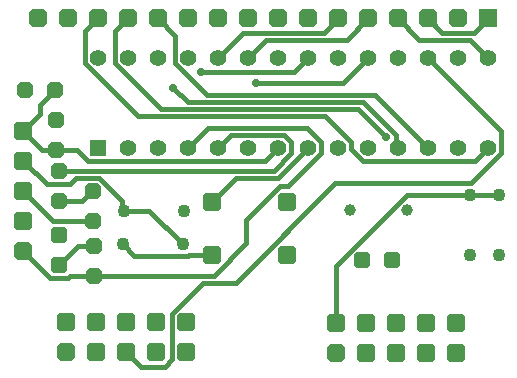
<source format=gbl>
G04*
G04 #@! TF.GenerationSoftware,Altium Limited,Altium Designer,21.6.4 (81)*
G04*
G04 Layer_Physical_Order=2*
G04 Layer_Color=16711680*
%FSLAX44Y44*%
%MOMM*%
G71*
G04*
G04 #@! TF.SameCoordinates,7F9A9F05-399A-4D2C-B47D-499A60B7A3A6*
G04*
G04*
G04 #@! TF.FilePolarity,Positive*
G04*
G01*
G75*
G04:AMPARAMS|DCode=17|XSize=1.4mm|YSize=1.4mm|CornerRadius=0mm|HoleSize=0mm|Usage=FLASHONLY|Rotation=0.000|XOffset=0mm|YOffset=0mm|HoleType=Round|Shape=Octagon|*
%AMOCTAGOND17*
4,1,8,0.7000,-0.3500,0.7000,0.3500,0.3500,0.7000,-0.3500,0.7000,-0.7000,0.3500,-0.7000,-0.3500,-0.3500,-0.7000,0.3500,-0.7000,0.7000,-0.3500,0.0*
%
%ADD17OCTAGOND17*%

G04:AMPARAMS|DCode=18|XSize=1.6002mm|YSize=1.6002mm|CornerRadius=0mm|HoleSize=0mm|Usage=FLASHONLY|Rotation=180.000|XOffset=0mm|YOffset=0mm|HoleType=Round|Shape=Octagon|*
%AMOCTAGOND18*
4,1,8,-0.8001,0.4001,-0.8001,-0.4001,-0.4001,-0.8001,0.4001,-0.8001,0.8001,-0.4001,0.8001,0.4001,0.4001,0.8001,-0.4001,0.8001,-0.8001,0.4001,0.0*
%
%ADD18OCTAGOND18*%

%ADD19R,1.6002X1.6002*%
%ADD20C,1.4000*%
%ADD21C,1.1000*%
G04:AMPARAMS|DCode=22|XSize=1.6002mm|YSize=1.6002mm|CornerRadius=0.4001mm|HoleSize=0mm|Usage=FLASHONLY|Rotation=0.000|XOffset=0mm|YOffset=0mm|HoleType=Round|Shape=RoundedRectangle|*
%AMROUNDEDRECTD22*
21,1,1.6002,0.8001,0,0,0.0*
21,1,0.8001,1.6002,0,0,0.0*
1,1,0.8001,0.4001,-0.4001*
1,1,0.8001,-0.4001,-0.4001*
1,1,0.8001,-0.4001,0.4001*
1,1,0.8001,0.4001,0.4001*
%
%ADD22ROUNDEDRECTD22*%
G04:AMPARAMS|DCode=23|XSize=1.6mm|YSize=1.6mm|CornerRadius=0.4mm|HoleSize=0mm|Usage=FLASHONLY|Rotation=90.000|XOffset=0mm|YOffset=0mm|HoleType=Round|Shape=RoundedRectangle|*
%AMROUNDEDRECTD23*
21,1,1.6000,0.8000,0,0,90.0*
21,1,0.8000,1.6000,0,0,90.0*
1,1,0.8000,0.4000,0.4000*
1,1,0.8000,0.4000,-0.4000*
1,1,0.8000,-0.4000,-0.4000*
1,1,0.8000,-0.4000,0.4000*
%
%ADD23ROUNDEDRECTD23*%
G04:AMPARAMS|DCode=24|XSize=1.6002mm|YSize=1.6002mm|CornerRadius=0.4001mm|HoleSize=0mm|Usage=FLASHONLY|Rotation=90.000|XOffset=0mm|YOffset=0mm|HoleType=Round|Shape=RoundedRectangle|*
%AMROUNDEDRECTD24*
21,1,1.6002,0.8001,0,0,90.0*
21,1,0.8001,1.6002,0,0,90.0*
1,1,0.8001,0.4001,0.4001*
1,1,0.8001,0.4001,-0.4001*
1,1,0.8001,-0.4001,-0.4001*
1,1,0.8001,-0.4001,0.4001*
%
%ADD24ROUNDEDRECTD24*%
G04:AMPARAMS|DCode=25|XSize=1.4mm|YSize=1.4mm|CornerRadius=0mm|HoleSize=0mm|Usage=FLASHONLY|Rotation=270.000|XOffset=0mm|YOffset=0mm|HoleType=Round|Shape=Octagon|*
%AMOCTAGOND25*
4,1,8,-0.3500,-0.7000,0.3500,-0.7000,0.7000,-0.3500,0.7000,0.3500,0.3500,0.7000,-0.3500,0.7000,-0.7000,0.3500,-0.7000,-0.3500,-0.3500,-0.7000,0.0*
%
%ADD25OCTAGOND25*%

%ADD26C,1.0000*%
%ADD27R,1.4000X1.4000*%
G04:AMPARAMS|DCode=28|XSize=1.4mm|YSize=1.4mm|CornerRadius=0.35mm|HoleSize=0mm|Usage=FLASHONLY|Rotation=0.000|XOffset=0mm|YOffset=0mm|HoleType=Round|Shape=RoundedRectangle|*
%AMROUNDEDRECTD28*
21,1,1.4000,0.7000,0,0,0.0*
21,1,0.7000,1.4000,0,0,0.0*
1,1,0.7000,0.3500,-0.3500*
1,1,0.7000,-0.3500,-0.3500*
1,1,0.7000,-0.3500,0.3500*
1,1,0.7000,0.3500,0.3500*
%
%ADD28ROUNDEDRECTD28*%
G04:AMPARAMS|DCode=29|XSize=1.6002mm|YSize=1.6002mm|CornerRadius=0mm|HoleSize=0mm|Usage=FLASHONLY|Rotation=90.000|XOffset=0mm|YOffset=0mm|HoleType=Round|Shape=Octagon|*
%AMOCTAGOND29*
4,1,8,0.4001,0.8001,-0.4001,0.8001,-0.8001,0.4001,-0.8001,-0.4001,-0.4001,-0.8001,0.4001,-0.8001,0.8001,-0.4001,0.8001,0.4001,0.4001,0.8001,0.0*
%
%ADD29OCTAGOND29*%

G04:AMPARAMS|DCode=30|XSize=1.4mm|YSize=1.4mm|CornerRadius=0.35mm|HoleSize=0mm|Usage=FLASHONLY|Rotation=90.000|XOffset=0mm|YOffset=0mm|HoleType=Round|Shape=RoundedRectangle|*
%AMROUNDEDRECTD30*
21,1,1.4000,0.7000,0,0,90.0*
21,1,0.7000,1.4000,0,0,90.0*
1,1,0.7000,0.3500,0.3500*
1,1,0.7000,0.3500,-0.3500*
1,1,0.7000,-0.3500,-0.3500*
1,1,0.7000,-0.3500,0.3500*
%
%ADD30ROUNDEDRECTD30*%
%ADD31C,0.4000*%
%ADD32C,0.7000*%
D17*
X26881Y253099D02*
D03*
X1480D02*
D03*
D18*
X12700Y313623D02*
D03*
X38100D02*
D03*
X63500D02*
D03*
X88900D02*
D03*
X114300D02*
D03*
X139700D02*
D03*
X165100D02*
D03*
X190500D02*
D03*
X215900D02*
D03*
X241300D02*
D03*
X266700D02*
D03*
X292100D02*
D03*
X317500D02*
D03*
X342900D02*
D03*
X368300D02*
D03*
X36672Y30816D02*
D03*
X264510Y30097D02*
D03*
D19*
X393700Y313623D02*
D03*
D20*
X216100Y280420D02*
D03*
X241500Y204220D02*
D03*
X89100D02*
D03*
X114500D02*
D03*
X139900D02*
D03*
X165300D02*
D03*
X190700D02*
D03*
X216100D02*
D03*
X266900D02*
D03*
X292300D02*
D03*
X317700D02*
D03*
X343100D02*
D03*
X368500D02*
D03*
X393900D02*
D03*
Y280420D02*
D03*
X368500D02*
D03*
X343100D02*
D03*
X317700D02*
D03*
X292300D02*
D03*
X266900D02*
D03*
X241500D02*
D03*
X190700D02*
D03*
X165300D02*
D03*
X139900D02*
D03*
X114500D02*
D03*
X89100D02*
D03*
X63700D02*
D03*
D21*
X402590Y164287D02*
D03*
X378099Y164512D02*
D03*
X135467Y122374D02*
D03*
X85274Y150869D02*
D03*
X402590Y113487D02*
D03*
X378099Y113712D02*
D03*
X136074Y150869D02*
D03*
X84667Y122374D02*
D03*
D22*
X264510Y55497D02*
D03*
X36672Y56216D02*
D03*
X138272D02*
D03*
Y30816D02*
D03*
X112872Y56216D02*
D03*
Y30816D02*
D03*
X87472Y56216D02*
D03*
Y30816D02*
D03*
X62072Y56216D02*
D03*
Y30816D02*
D03*
X366110Y55497D02*
D03*
Y30097D02*
D03*
X340710Y55497D02*
D03*
Y30097D02*
D03*
X315310Y55497D02*
D03*
Y30097D02*
D03*
X289910Y55497D02*
D03*
Y30097D02*
D03*
D23*
X159620Y157937D02*
D03*
Y113487D02*
D03*
X223120Y157937D02*
D03*
Y113487D02*
D03*
D24*
X-210Y193244D02*
D03*
Y218644D02*
D03*
Y167844D02*
D03*
Y142444D02*
D03*
D25*
X28171Y202300D02*
D03*
Y227700D02*
D03*
X59204Y167844D02*
D03*
Y142444D02*
D03*
X30710Y184150D02*
D03*
Y158750D02*
D03*
X60159Y95736D02*
D03*
Y121136D02*
D03*
D26*
X325120Y151130D02*
D03*
X276860D02*
D03*
D27*
X63700Y204220D02*
D03*
D28*
X312420Y109220D02*
D03*
X287020D02*
D03*
D29*
X-210Y117044D02*
D03*
D30*
X30782Y105090D02*
D03*
Y130490D02*
D03*
D31*
X14071Y232925D02*
Y240290D01*
X288023Y243113D02*
X315787Y215348D01*
X-210Y193244D02*
X19884Y173150D01*
X39275D01*
X381699Y301622D02*
X393700Y313623D01*
X46829Y121136D02*
X60159D01*
X30782Y105090D02*
X46829Y121136D01*
X45963Y202300D02*
X55044Y193220D01*
X205100D02*
X216100Y204220D01*
X-210Y218644D02*
X14071Y232925D01*
X-210Y218644D02*
X16134Y202300D01*
X25190Y142444D02*
X59204D01*
X-210Y167844D02*
X25190Y142444D01*
X139900Y204220D02*
X156900Y221220D01*
X252500Y199664D02*
Y208776D01*
X156900Y221220D02*
X240057D01*
X189070Y143200D02*
X217302Y171432D01*
X39774Y95736D02*
X161183D01*
X38128Y94090D02*
X39774Y95736D01*
X-210Y117044D02*
X22744Y94090D01*
X240057Y221220D02*
X252500Y208776D01*
X161183Y95736D02*
X189070Y123623D01*
X152476Y89736D02*
X180056D01*
X120186Y18815D02*
X126271Y24900D01*
X343100Y280420D02*
X404900Y218620D01*
X126271Y24900D02*
Y63531D01*
X99473Y18815D02*
X120186D01*
X126271Y63531D02*
X152476Y89736D01*
X87472Y30816D02*
X99473Y18815D01*
X180056Y89736D02*
X264332Y174012D01*
X379249D02*
X404900Y199664D01*
X264332Y174012D02*
X379249D01*
X404900Y199664D02*
Y218620D01*
X270741Y258861D02*
X292300Y280420D01*
X197406Y258861D02*
X270741D01*
X114300Y313623D02*
X128900Y299023D01*
X298208Y249113D02*
X343100Y204220D01*
X155652Y249113D02*
X298208D01*
X128900Y275864D02*
X155652Y249113D01*
X128900Y275864D02*
Y299023D01*
X140015Y113487D02*
X159620D01*
X139402Y112874D02*
X140015Y113487D01*
X94167Y112874D02*
X139402D01*
X84667Y122374D02*
X94167Y112874D01*
X139240Y243113D02*
X288023D01*
X315787Y206134D02*
Y215348D01*
Y206134D02*
X317700Y204220D01*
X127302Y255051D02*
X139240Y243113D01*
X390457Y164287D02*
X402590D01*
X264510Y104317D02*
X324706Y164512D01*
X83934Y152208D02*
Y159271D01*
X52700Y275864D02*
X97451Y231113D01*
X255564D02*
X277900Y208776D01*
X97451Y231113D02*
X255564D01*
X52700Y302823D02*
X63500Y313623D01*
X277900Y203064D02*
X287744Y193220D01*
X52700Y275864D02*
Y302823D01*
X277900Y203064D02*
Y208776D01*
X382900Y193220D02*
X393900Y204220D01*
X287744Y193220D02*
X382900D01*
X283416Y237113D02*
X307388Y213141D01*
X116852Y237113D02*
X283416D01*
X78100Y302823D02*
X88900Y313623D01*
X78100Y275864D02*
X116852Y237113D01*
X78100Y275864D02*
Y302823D01*
X50110Y158750D02*
X59204Y167844D01*
X30710Y158750D02*
X50110D01*
X55044Y193220D02*
X205100D01*
X16134Y202300D02*
X45963D01*
X165300Y204220D02*
X176300Y215220D01*
X220657D01*
X227100Y199664D02*
Y208776D01*
X31410Y184851D02*
X212287D01*
X227100Y199664D01*
X30710Y184150D02*
X31410Y184851D01*
X220657Y215220D02*
X227100Y208776D01*
X150924Y268259D02*
X229339D01*
X241500Y280420D01*
X180534Y178851D02*
X216131D01*
X342900Y313623D02*
X354901Y301622D01*
X159620Y157937D02*
X180534Y178851D01*
X335501Y295622D02*
X378699D01*
X393900Y280420D01*
X317500Y313623D02*
X335501Y295622D01*
X59204Y167844D02*
X59204D01*
X14071Y240290D02*
X26881Y253099D01*
X85274Y150869D02*
X106972D01*
X135467Y122374D01*
X39275Y173150D02*
X44970Y178844D01*
X354901Y301622D02*
X381699D01*
X64361Y178844D02*
X83934Y159271D01*
X264510Y55497D02*
Y104317D01*
X44970Y178844D02*
X64361D01*
X216131Y178851D02*
X241500Y204220D01*
X22744Y94090D02*
X38128D01*
X189070Y123623D02*
Y143200D01*
X217302Y171432D02*
X224269D01*
X252500Y199664D01*
X190700Y280420D02*
X205902Y295622D01*
X274099D01*
X292100Y313623D01*
X254699Y301622D02*
X266700Y313623D01*
X186502Y301622D02*
X254699D01*
X165300Y280420D02*
X186502Y301622D01*
X390232Y164512D02*
X390457Y164287D01*
X83934Y152208D02*
X85274Y150869D01*
X324706Y164512D02*
X390232D01*
D32*
X197406Y258861D02*
D03*
X127302Y255051D02*
D03*
X307388Y213141D02*
D03*
X150924Y268259D02*
D03*
M02*

</source>
